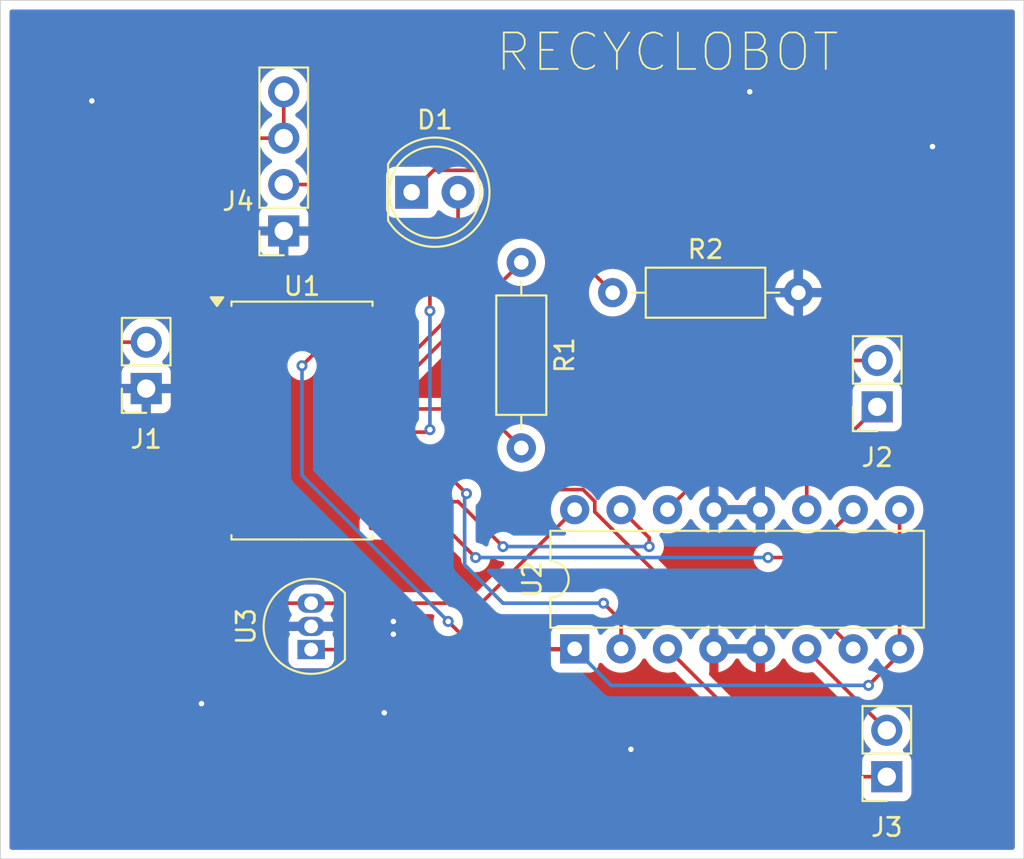
<source format=kicad_pcb>
(kicad_pcb (version 20240108) (generator "pcbnew") (generator_version "8.0")
  (layers (0 "F.Cu" signal) (31 "B.Cu" signal) (34 "B.Paste" user) (35 "F.Paste" user) (36 "B.SilkS" user "B.Silkscreen") (37 "F.SilkS" user "F.Silkscreen") (38 "B.Mask" user) (39 "F.Mask" user) (44 "Edge.Cuts" user))
  (net 0 "")
  (net 1 "Net-(D1-K)")
  (net 2 "Net-(D1-A)")
  (net 3 "+9V")
  (net 4 "GND")
  (net 5 "Net-(J2-Pin_2)")
  (net 6 "Net-(J2-Pin_1)")
  (net 7 "Net-(J3-Pin_2)")
  (net 8 "Net-(J3-Pin_1)")
  (net 9 "Net-(J4-Pin_3)")
  (net 10 "Net-(J4-Pin_2)")
  (net 11 "Net-(U1-OSC1)")
  (net 12 "Net-(U1-OSC2)")
  (net 14 "Net-(U1-D8)")
  (net 15 "Net-(U1-D9)")
  (net 16 "Net-(U1-D10)")
  (net 18 "Net-(U1-D11)")
  (footprint "LED_THT:LED_D5.0mm" (layer "F.Cu") (at 142.5 75.5)
    (property "Reference" "D1" (at 1.27 -3.96 0) (layer "F.SilkS"))
    (property "Value" "LED")
    (fp_line (start -1.29 -1.545) (end -1.29 1.545) (stroke (width 0.12)) (layer "F.SilkS"))
    (fp_arc (start -1.29 -1.54483) (mid 2.072002 -2.880433) (end 4.26 0.000462) (stroke (width 0.12)) (layer "F.SilkS"))
    (fp_arc (start 4.26 -0.000462) (mid 2.072002 2.880433) (end -1.29 1.54483) (stroke (width 0.12)) (layer "F.SilkS"))
    (fp_circle (center 1.27 0) (end 3.77 0) (stroke (width 0.12)) (fill none) (layer "F.SilkS"))
    (pad "1" thru_hole rect (at 0 0) (size 1.8 1.8) (drill 0.9) (layers "*.Cu" "*.Mask") (net 1 "Net-(D1-K)"))
    (pad "2" thru_hole circle (at 2.54 0) (size 1.8 1.8) (drill 0.9) (layers "*.Cu" "*.Mask") (net 2 "Net-(D1-A)"))
  )
  (footprint "Package_SO:SOP-20_7.5x12.8mm_P1.27mm" (layer "F.Cu") (at 136.5 88)
    (property "Reference" "U1" (at 0 -7.35 0) (layer "F.SilkS"))
    (property "Value" "HT12D")
    (fp_line (start -3.86 -6.51) (end -3.86 -6.275) (stroke (width 0.12)) (layer "F.SilkS"))
    (fp_line (start -3.86 6.51) (end -3.86 6.275) (stroke (width 0.12)) (layer "F.SilkS"))
    (fp_line (start 0 -6.51) (end -3.86 -6.51) (stroke (width 0.12)) (layer "F.SilkS"))
    (fp_line (start 0 -6.51) (end 3.86 -6.51) (stroke (width 0.12)) (layer "F.SilkS"))
    (fp_line (start 0 6.51) (end -3.86 6.51) (stroke (width 0.12)) (layer "F.SilkS"))
    (fp_line (start 0 6.51) (end 3.86 6.51) (stroke (width 0.12)) (layer "F.SilkS"))
    (fp_line (start 3.86 -6.51) (end 3.86 -6.275) (stroke (width 0.12)) (layer "F.SilkS"))
    (fp_line (start 3.86 6.51) (end 3.86 6.275) (stroke (width 0.12)) (layer "F.SilkS"))
    (fp_poly (pts (xy -4.65 -6.275) (xy -4.99 -6.745) (xy -4.31 -6.745) (xy -4.65 -6.275)) (stroke (width 0.12)) (fill solid) (layer "F.SilkS"))
    (pad "1" smd roundrect (at -4.6 -5.715) (size 1.9 0.6) (layers "F.Cu" "F.Paste" "F.Mask"))
    (pad "2" smd roundrect (at -4.6 -4.445) (size 1.9 0.6) (layers "F.Cu" "F.Paste" "F.Mask") (net 4 "GND"))
    (pad "3" smd roundrect (at -4.6 -3.175) (size 1.9 0.6) (layers "F.Cu" "F.Paste" "F.Mask") (net 4 "GND"))
    (pad "4" smd roundrect (at -4.6 -1.905) (size 1.9 0.6) (layers "F.Cu" "F.Paste" "F.Mask") (net 4 "GND"))
    (pad "5" smd roundrect (at -4.6 -0.635) (size 1.9 0.6) (layers "F.Cu" "F.Paste" "F.Mask") (net 4 "GND"))
    (pad "6" smd roundrect (at -4.6 0.635) (size 1.9 0.6) (layers "F.Cu" "F.Paste" "F.Mask") (net 4 "GND"))
    (pad "7" smd roundrect (at -4.6 1.905) (size 1.9 0.6) (layers "F.Cu" "F.Paste" "F.Mask") (net 4 "GND"))
    (pad "8" smd roundrect (at -4.6 3.175) (size 1.9 0.6) (layers "F.Cu" "F.Paste" "F.Mask") (net 4 "GND"))
    (pad "9" smd roundrect (at -4.6 4.445) (size 1.9 0.6) (layers "F.Cu" "F.Paste" "F.Mask") (net 4 "GND"))
    (pad "10" smd roundrect (at -4.6 5.715) (size 1.9 0.6) (layers "F.Cu" "F.Paste" "F.Mask") (net 4 "GND"))
    (pad "11" smd roundrect (at 4.6 5.715) (size 1.9 0.6) (layers "F.Cu" "F.Paste" "F.Mask") (net 14 "Net-(U1-D8)"))
    (pad "12" smd roundrect (at 4.6 4.445) (size 1.9 0.6) (layers "F.Cu" "F.Paste" "F.Mask") (net 15 "Net-(U1-D9)"))
    (pad "13" smd roundrect (at 4.6 3.175) (size 1.9 0.6) (layers "F.Cu" "F.Paste" "F.Mask") (net 16 "Net-(U1-D10)"))
    (pad "14" smd roundrect (at 4.6 1.905) (size 1.9 0.6) (layers "F.Cu" "F.Paste" "F.Mask") (net 18 "Net-(U1-D11)"))
    (pad "15" smd roundrect (at 4.6 0.635) (size 1.9 0.6) (layers "F.Cu" "F.Paste" "F.Mask") (net 10 "Net-(J4-Pin_2)"))
    (pad "16" smd roundrect (at 4.6 -0.635) (size 1.9 0.6) (layers "F.Cu" "F.Paste" "F.Mask") (net 12 "Net-(U1-OSC2)"))
    (pad "17" smd roundrect (at 4.6 -1.905) (size 1.9 0.6) (layers "F.Cu" "F.Paste" "F.Mask") (net 11 "Net-(U1-OSC1)"))
    (pad "18" smd roundrect (at 4.6 -3.175) (size 1.9 0.6) (layers "F.Cu" "F.Paste" "F.Mask") (net 2 "Net-(D1-A)"))
    (pad "19" smd roundrect (at 4.6 -4.445) (size 1.9 0.6) (layers "F.Cu" "F.Paste" "F.Mask") (net 9 "Net-(J4-Pin_3)"))
    (pad "20" smd roundrect (at 4.6 -5.715) (size 1.9 0.6) (layers "F.Cu" "F.Paste" "F.Mask"))
  )
  (footprint "Package_DIP:DIP-16_W7.62mm" (layer "F.Cu") (at 151.42 100.5 90)
    (property "Reference" "U2" (at 3.81 -2.33 270) (layer "F.SilkS"))
    (property "Value" "L293D")
    (fp_line (start 6.46 -1.33) (end 4.81 -1.33) (stroke (width 0.12)) (layer "F.SilkS"))
    (fp_line (start 2.81 -1.33) (end 1.16 -1.33) (stroke (width 0.12)) (layer "F.SilkS"))
    (fp_line (start 1.16 -1.33) (end 1.16 19.11) (stroke (width 0.12)) (layer "F.SilkS"))
    (fp_line (start 6.46 19.11) (end 6.46 -1.33) (stroke (width 0.12)) (layer "F.SilkS"))
    (fp_line (start 1.16 19.11) (end 6.46 19.11) (stroke (width 0.12)) (layer "F.SilkS"))
    (fp_arc (start 4.81 -1.33) (mid 3.81 -0.33) (end 2.81 -1.33) (stroke (width 0.12)) (layer "F.SilkS"))
    (pad "1" thru_hole rect (at 0 0 90) (size 1.6 1.6) (drill 0.8) (layers "*.Cu" "*.Mask") (net 9 "Net-(J4-Pin_3)"))
    (pad "2" thru_hole oval (at 0 2.54 90) (size 1.6 1.6) (drill 0.8) (layers "*.Cu" "*.Mask") (net 16 "Net-(U1-D10)"))
    (pad "3" thru_hole oval (at 0 5.08 90) (size 1.6 1.6) (drill 0.8) (layers "*.Cu" "*.Mask") (net 8 "Net-(J3-Pin_1)"))
    (pad "4" thru_hole oval (at 0 7.62 90) (size 1.6 1.6) (drill 0.8) (layers "*.Cu" "*.Mask") (net 4 "GND"))
    (pad "5" thru_hole oval (at 0 10.16 90) (size 1.6 1.6) (drill 0.8) (layers "*.Cu" "*.Mask") (net 4 "GND"))
    (pad "6" thru_hole oval (at 0 12.7 90) (size 1.6 1.6) (drill 0.8) (layers "*.Cu" "*.Mask") (net 7 "Net-(J3-Pin_2)"))
    (pad "7" thru_hole oval (at 0 15.24 90) (size 1.6 1.6) (drill 0.8) (layers "*.Cu" "*.Mask") (net 18 "Net-(U1-D11)"))
    (pad "8" thru_hole oval (at 0 17.78 90) (size 1.6 1.6) (drill 0.8) (layers "*.Cu" "*.Mask") (net 9 "Net-(J4-Pin_3)"))
    (pad "9" thru_hole oval (at 7.62 17.78 90) (size 1.6 1.6) (drill 0.8) (layers "*.Cu" "*.Mask") (net 9 "Net-(J4-Pin_3)"))
    (pad "10" thru_hole oval (at 7.62 15.24 90) (size 1.6 1.6) (drill 0.8) (layers "*.Cu" "*.Mask") (net 14 "Net-(U1-D8)"))
    (pad "11" thru_hole oval (at 7.62 12.7 90) (size 1.6 1.6) (drill 0.8) (layers "*.Cu" "*.Mask") (net 6 "Net-(J2-Pin_1)"))
    (pad "12" thru_hole oval (at 7.62 10.16 90) (size 1.6 1.6) (drill 0.8) (layers "*.Cu" "*.Mask") (net 4 "GND"))
    (pad "13" thru_hole oval (at 7.62 7.62 90) (size 1.6 1.6) (drill 0.8) (layers "*.Cu" "*.Mask") (net 4 "GND"))
    (pad "14" thru_hole oval (at 7.62 5.08 90) (size 1.6 1.6) (drill 0.8) (layers "*.Cu" "*.Mask") (net 5 "Net-(J2-Pin_2)"))
    (pad "15" thru_hole oval (at 7.62 2.54 90) (size 1.6 1.6) (drill 0.8) (layers "*.Cu" "*.Mask") (net 15 "Net-(U1-D9)"))
    (pad "16" thru_hole oval (at 7.62 0 90) (size 1.6 1.6) (drill 0.8) (layers "*.Cu" "*.Mask") (net 3 "+9V"))
  )
  (footprint "Connector_PinSocket_2.54mm:PinSocket_1x04_P2.54mm_Vertical" (layer "F.Cu") (at 135.5 77.62 180)
    (property "Reference" "J4" (at 2.5 1.62 180) (layer "F.SilkS"))
    (property "Value" "Conn_01x04_Socket")
    (fp_line (start 1.33 1.27) (end 1.33 8.95) (stroke (width 0.12)) (layer "F.SilkS"))
    (fp_line (start 1.33 -1.33) (end 1.33 0) (stroke (width 0.12)) (layer "F.SilkS"))
    (fp_line (start 0 -1.33) (end 1.33 -1.33) (stroke (width 0.12)) (layer "F.SilkS"))
    (fp_line (start -1.33 8.95) (end 1.33 8.95) (stroke (width 0.12)) (layer "F.SilkS"))
    (fp_line (start -1.33 1.27) (end 1.33 1.27) (stroke (width 0.12)) (layer "F.SilkS"))
    (fp_line (start -1.33 1.27) (end -1.33 8.95) (stroke (width 0.12)) (layer "F.SilkS"))
    (pad "1" thru_hole rect (at 0 0 180) (size 1.7 1.7) (drill 1) (layers "*.Cu" "*.Mask") (net 4 "GND"))
    (pad "2" thru_hole oval (at 0 2.54 180) (size 1.7 1.7) (drill 1) (layers "*.Cu" "*.Mask") (net 10 "Net-(J4-Pin_2)"))
    (pad "3" thru_hole oval (at 0 5.08 180) (size 1.7 1.7) (drill 1) (layers "*.Cu" "*.Mask") (net 9 "Net-(J4-Pin_3)"))
    (pad "4" thru_hole oval (at 0 7.62 180) (size 1.7 1.7) (drill 1) (layers "*.Cu" "*.Mask") (net 9 "Net-(J4-Pin_3)"))
  )
  (footprint "Connector_PinSocket_2.54mm:PinSocket_1x02_P2.54mm_Vertical" (layer "F.Cu") (at 127.975 86.25 180)
    (property "Reference" "J1" (at 0 -2.77 180) (layer "F.SilkS"))
    (property "Value" "Conn_01x02_Socket")
    (fp_line (start 1.33 1.27) (end 1.33 3.87) (stroke (width 0.12)) (layer "F.SilkS"))
    (fp_line (start 1.33 -1.33) (end 1.33 0) (stroke (width 0.12)) (layer "F.SilkS"))
    (fp_line (start 0 -1.33) (end 1.33 -1.33) (stroke (width 0.12)) (layer "F.SilkS"))
    (fp_line (start -1.33 3.87) (end 1.33 3.87) (stroke (width 0.12)) (layer "F.SilkS"))
    (fp_line (start -1.33 1.27) (end 1.33 1.27) (stroke (width 0.12)) (layer "F.SilkS"))
    (fp_line (start -1.33 1.27) (end -1.33 3.87) (stroke (width 0.12)) (layer "F.SilkS"))
    (pad "1" thru_hole rect (at 0 0 180) (size 1.7 1.7) (drill 1) (layers "*.Cu" "*.Mask") (net 4 "GND"))
    (pad "2" thru_hole oval (at 0 2.54 180) (size 1.7 1.7) (drill 1) (layers "*.Cu" "*.Mask") (net 3 "+9V"))
  )
  (footprint "Connector_PinSocket_2.54mm:PinSocket_1x02_P2.54mm_Vertical" (layer "F.Cu") (at 168.5 107.5 180)
    (property "Reference" "J3" (at 0 -2.77 180) (layer "F.SilkS"))
    (property "Value" "Conn_01x02_Socket")
    (fp_line (start 1.33 1.27) (end 1.33 3.87) (stroke (width 0.12)) (layer "F.SilkS"))
    (fp_line (start 1.33 -1.33) (end 1.33 0) (stroke (width 0.12)) (layer "F.SilkS"))
    (fp_line (start 0 -1.33) (end 1.33 -1.33) (stroke (width 0.12)) (layer "F.SilkS"))
    (fp_line (start -1.33 3.87) (end 1.33 3.87) (stroke (width 0.12)) (layer "F.SilkS"))
    (fp_line (start -1.33 1.27) (end 1.33 1.27) (stroke (width 0.12)) (layer "F.SilkS"))
    (fp_line (start -1.33 1.27) (end -1.33 3.87) (stroke (width 0.12)) (layer "F.SilkS"))
    (pad "1" thru_hole rect (at 0 0 180) (size 1.7 1.7) (drill 1) (layers "*.Cu" "*.Mask") (net 8 "Net-(J3-Pin_1)"))
    (pad "2" thru_hole oval (at 0 2.54 180) (size 1.7 1.7) (drill 1) (layers "*.Cu" "*.Mask") (net 7 "Net-(J3-Pin_2)"))
  )
  (footprint "Package_TO_SOT_THT:TO-92_Inline" (layer "F.Cu") (at 137 100.54 90)
    (property "Reference" "U3" (at 1.27 -3.56 270) (layer "F.SilkS"))
    (property "Value" "LM78L05_TO92")
    (fp_line (start -0.53 1.85) (end 3.07 1.85) (stroke (width 0.12)) (layer "F.SilkS"))
    (fp_arc (start 1.27 -2.6) (mid 3.672087 -0.994977) (end 3.108478 1.838478) (stroke (width 0.12)) (layer "F.SilkS"))
    (fp_arc (start -0.568478 1.838478) (mid -1.132087 -0.994977) (end 1.27 -2.6) (stroke (width 0.12)) (layer "F.SilkS"))
    (pad "1" thru_hole rect (at 0 0 90) (size 1.05 1.5) (drill 0.75) (layers "*.Cu" "*.Mask") (net 9 "Net-(J4-Pin_3)"))
    (pad "2" thru_hole oval (at 1.27 0 90) (size 1.05 1.5) (drill 0.75) (layers "*.Cu" "*.Mask") (net 4 "GND"))
    (pad "3" thru_hole oval (at 2.54 0 90) (size 1.05 1.5) (drill 0.75) (layers "*.Cu" "*.Mask") (net 3 "+9V"))
  )
  (footprint "Resistor_THT:R_Axial_DIN0207_L6.3mm_D2.5mm_P10.16mm_Horizontal" (layer "F.Cu") (at 153.5 81)
    (property "Reference" "R2" (at 5.08 -2.37 0) (layer "F.SilkS"))
    (property "Value" "1K")
    (fp_line (start 1.04 0) (end 1.81 0) (stroke (width 0.12)) (layer "F.SilkS"))
    (fp_line (start 1.81 -1.37) (end 1.81 1.37) (stroke (width 0.12)) (layer "F.SilkS"))
    (fp_line (start 1.81 1.37) (end 8.35 1.37) (stroke (width 0.12)) (layer "F.SilkS"))
    (fp_line (start 8.35 -1.37) (end 1.81 -1.37) (stroke (width 0.12)) (layer "F.SilkS"))
    (fp_line (start 8.35 1.37) (end 8.35 -1.37) (stroke (width 0.12)) (layer "F.SilkS"))
    (fp_line (start 9.12 0) (end 8.35 0) (stroke (width 0.12)) (layer "F.SilkS"))
    (pad "1" thru_hole circle (at 0 0) (size 1.6 1.6) (drill 0.8) (layers "*.Cu" "*.Mask") (net 1 "Net-(D1-K)"))
    (pad "2" thru_hole oval (at 10.16 0) (size 1.6 1.6) (drill 0.8) (layers "*.Cu" "*.Mask") (net 4 "GND"))
  )
  (footprint "Resistor_THT:R_Axial_DIN0207_L6.3mm_D2.5mm_P10.16mm_Horizontal" (layer "F.Cu") (at 148.5 79.34 -90)
    (property "Reference" "R1" (at 5.08 -2.37 90) (layer "F.SilkS"))
    (property "Value" "33K")
    (fp_line (start 1.81 1.37) (end 8.35 1.37) (stroke (width 0.12)) (layer "F.SilkS"))
    (fp_line (start 8.35 1.37) (end 8.35 -1.37) (stroke (width 0.12)) (layer "F.SilkS"))
    (fp_line (start 1.04 0) (end 1.81 0) (stroke (width 0.12)) (layer "F.SilkS"))
    (fp_line (start 9.12 0) (end 8.35 0) (stroke (width 0.12)) (layer "F.SilkS"))
    (fp_line (start 1.81 -1.37) (end 1.81 1.37) (stroke (width 0.12)) (layer "F.SilkS"))
    (fp_line (start 8.35 -1.37) (end 1.81 -1.37) (stroke (width 0.12)) (layer "F.SilkS"))
    (pad "1" thru_hole circle (at 0 0 270) (size 1.6 1.6) (drill 0.8) (layers "*.Cu" "*.Mask") (net 11 "Net-(U1-OSC1)"))
    (pad "2" thru_hole oval (at 10.16 0 270) (size 1.6 1.6) (drill 0.8) (layers "*.Cu" "*.Mask") (net 12 "Net-(U1-OSC2)"))
  )
  (footprint "Connector_PinSocket_2.54mm:PinSocket_1x02_P2.54mm_Vertical" (layer "F.Cu") (at 167.975 87.25 180)
    (property "Reference" "J2" (at 0 -2.77 180) (layer "F.SilkS"))
    (property "Value" "Conn_01x02_Socket")
    (fp_line (start 1.33 1.27) (end 1.33 3.87) (stroke (width 0.12)) (layer "F.SilkS"))
    (fp_line (start 1.33 -1.33) (end 1.33 0) (stroke (width 0.12)) (layer "F.SilkS"))
    (fp_line (start 0 -1.33) (end 1.33 -1.33) (stroke (width 0.12)) (layer "F.SilkS"))
    (fp_line (start -1.33 3.87) (end 1.33 3.87) (stroke (width 0.12)) (layer "F.SilkS"))
    (fp_line (start -1.33 1.27) (end 1.33 1.27) (stroke (width 0.12)) (layer "F.SilkS"))
    (fp_line (start -1.33 1.27) (end -1.33 3.87) (stroke (width 0.12)) (layer "F.SilkS"))
    (pad "1" thru_hole rect (at 0 0 180) (size 1.7 1.7) (drill 1) (layers "*.Cu" "*.Mask") (net 6 "Net-(J2-Pin_1)"))
    (pad "2" thru_hole oval (at 0 2.54 180) (size 1.7 1.7) (drill 1) (layers "*.Cu" "*.Mask") (net 5 "Net-(J2-Pin_2)"))
  )
  (gr_line (start 120 112) (end 120 65) (stroke (width 0.05)) (layer "Edge.Cuts"))
  (gr_line (start 176 112) (end 120 112) (stroke (width 0.05)) (layer "Edge.Cuts"))
  (gr_line (start 120 65) (end 176 65) (stroke (width 0.05)) (layer "Edge.Cuts"))
  (gr_line (start 176 65) (end 176 112) (stroke (width 0.05)) (layer "Edge.Cuts"))
  (gr_text "RECYCLOBOT" (at 147 69 0) (layer "F.SilkS") (effects (font (size 2 2) (thickness 0.1)) (justify left bottom)))
  (segment (start 146.8 74.3) (end 153.5 81) (width 0.2) (layer "F.Cu") (net 1))
  (segment (start 143.7 74.3) (end 146.8 74.3) (width 0.2) (layer "F.Cu") (net 1))
  (segment (start 142.5 75.5) (end 143.7 74.3) (width 0.2) (layer "F.Cu") (net 1))
  (segment (start 142.049999 84.825) (end 141.1 84.825) (width 0.2) (layer "F.Cu") (net 2))
  (segment (start 145.04 75.5) (end 145.04 81.834999) (width 0.2) (layer "F.Cu") (net 2))
  (segment (start 145.04 81.834999) (end 142.049999 84.825) (width 0.2) (layer "F.Cu") (net 2))
  (segment (start 146.3 98) (end 151.42 92.88) (width 0.2) (layer "F.Cu") (net 3))
  (segment (start 137 98) (end 146.3 98) (width 0.2) (layer "F.Cu") (net 3))
  (segment (start 124.5 84) (end 124.5 97.5) (width 0.2) (layer "F.Cu") (net 3))
  (segment (start 124.5 97.5) (end 125 98) (width 0.2) (layer "F.Cu") (net 3))
  (segment (start 124.79 83.71) (end 124.5 84) (width 0.2) (layer "F.Cu") (net 3))
  (segment (start 125 98) (end 137 98) (width 0.2) (layer "F.Cu") (net 3))
  (segment (start 127.975 83.71) (end 124.79 83.71) (width 0.2) (layer "F.Cu") (net 3))
  (segment (start 141.5 99) (end 141.5 99.700003) (width 0.2) (layer "F.Cu") (net 4))
  (segment (start 135.62 77.5) (end 135.5 77.62) (width 0.2) (layer "F.Cu") (net 4))
  (segment (start 136.5 79.5) (end 136.5 79.4) (width 0.2) (layer "F.Cu") (net 4))
  (via (at 141.5 99.700003) (size 0.6) (drill 0.3) (layers "F.Cu" "B.Cu") (net 4))
  (via (at 141.5 99) (size 0.6) (drill 0.3) (layers "F.Cu" "B.Cu") (net 4))
  (via (at 125 70.5) (size 0.6) (drill 0.3) (layers "F.Cu" "B.Cu") (net 4))
  (via (at 154.5 106) (size 0.6) (drill 0.3) (layers "F.Cu" "B.Cu") (net 4))
  (via (at 131 103.5) (size 0.6) (drill 0.3) (layers "F.Cu" "B.Cu") (net 4))
  (via (at 141 104) (size 0.6) (drill 0.3) (layers "F.Cu" "B.Cu") (net 4))
  (via (at 171 73) (size 0.6) (drill 0.3) (layers "F.Cu" "B.Cu") (net 4))
  (via (at 161 70) (size 0.6) (drill 0.3) (layers "F.Cu" "B.Cu") (net 4))
  (segment (start 141.5 103.5) (end 141 104) (width 0.2) (layer "B.Cu") (net 4))
  (segment (start 141.5 99.700003) (end 141.5 103.5) (width 0.2) (layer "B.Cu") (net 4))
  (segment (start 164.67 84.71) (end 156.5 92.88) (width 0.2) (layer "F.Cu") (net 5))
  (segment (start 167.975 84.71) (end 164.67 84.71) (width 0.2) (layer "F.Cu") (net 5))
  (segment (start 164.12 91.105) (end 167.975 87.25) (width 0.2) (layer "F.Cu") (net 6))
  (segment (start 164.12 92.88) (end 164.12 91.105) (width 0.2) (layer "F.Cu") (net 6))
  (segment (start 164.12 100.58) (end 164.12 100.5) (width 0.2) (layer "F.Cu") (net 7))
  (segment (start 168.5 104.96) (end 164.12 100.58) (width 0.2) (layer "F.Cu") (net 7))
  (segment (start 163.5 107.5) (end 168.5 107.5) (width 0.2) (layer "F.Cu") (net 8))
  (segment (start 156.5 100.5) (end 163.5 107.5) (width 0.2) (layer "F.Cu") (net 8))
  (segment (start 169.2 100.5) (end 169.2 100.8) (width 0.2) (layer "F.Cu") (net 9))
  (segment (start 141.1 83.555) (end 137.945 83.555) (width 0.2) (layer "F.Cu") (net 9))
  (segment (start 137.945 83.555) (end 134 79.61) (width 0.2) (layer "F.Cu") (net 9))
  (segment (start 136.5 85) (end 137.945 83.555) (width 0.2) (layer "F.Cu") (net 9))
  (segment (start 146 100.5) (end 144.5 99) (width 0.2) (layer "F.Cu") (net 9))
  (segment (start 135.5 72.54) (end 135.5 70) (width 0.2) (layer "F.Cu") (net 9))
  (segment (start 134.04 72.54) (end 135.5 72.54) (width 0.2) (layer "F.Cu") (net 9))
  (segment (start 169.2 100.8) (end 167.5 102.5) (width 0.2) (layer "F.Cu") (net 9))
  (segment (start 137 100.54) (end 151.38 100.54) (width 0.2) (layer "F.Cu") (net 9))
  (segment (start 134 79.61) (end 134 72.5) (width 0.2) (layer "F.Cu") (net 9))
  (segment (start 134 72.5) (end 134.04 72.54) (width 0.2) (layer "F.Cu") (net 9))
  (segment (start 151.38 100.54) (end 151.42 100.5) (width 0.2) (layer "F.Cu") (net 9))
  (segment (start 151.42 100.5) (end 146 100.5) (width 0.2) (layer "F.Cu") (net 9))
  (segment (start 169.2 100.5) (end 169.2 92.88) (width 0.2) (layer "F.Cu") (net 9))
  (via (at 167.5 102.5) (size 0.6) (drill 0.3) (layers "F.Cu" "B.Cu") (net 9))
  (via (at 144.5 99) (size 0.6) (drill 0.3) (layers "F.Cu" "B.Cu") (net 9))
  (via (at 136.5 85) (size 0.6) (drill 0.3) (layers "F.Cu" "B.Cu") (net 9))
  (segment (start 153.42 102.5) (end 151.42 100.5) (width 0.2) (layer "B.Cu") (net 9))
  (segment (start 167.5 102.5) (end 153.42 102.5) (width 0.2) (layer "B.Cu") (net 9))
  (segment (start 144.5 99) (end 136.5 91) (width 0.2) (layer "B.Cu") (net 9))
  (segment (start 136.5 91) (end 136.5 85) (width 0.2) (layer "B.Cu") (net 9))
  (segment (start 143.5 80.151471) (end 143.5 82) (width 0.2) (layer "F.Cu") (net 10))
  (segment (start 135.5 75.08) (end 135.5 75.5) (width 0.2) (layer "F.Cu") (net 10))
  (segment (start 143.5 88.5) (end 143.365 88.635) (width 0.2) (layer "F.Cu") (net 10))
  (segment (start 135.5 75.5) (end 135.68 75.5) (width 0.2) (layer "F.Cu") (net 10))
  (segment (start 135.5 75.08) (end 138.428529 75.08) (width 0.2) (layer "F.Cu") (net 10))
  (segment (start 143.365 88.635) (end 141.1 88.635) (width 0.2) (layer "F.Cu") (net 10))
  (segment (start 140.135 88.635) (end 141.1 88.635) (width 0.2) (layer "F.Cu") (net 10))
  (segment (start 138.428529 75.08) (end 143.5 80.151471) (width 0.2) (layer "F.Cu") (net 10))
  (via (at 143.5 82) (size 0.6) (drill 0.3) (layers "F.Cu" "B.Cu") (net 10))
  (via (at 143.5 88.5) (size 0.6) (drill 0.3) (layers "F.Cu" "B.Cu") (net 10))
  (segment (start 143.5 82) (end 143.5 88.5) (width 0.2) (layer "B.Cu") (net 10))
  (segment (start 141.745 86.095) (end 148.5 79.34) (width 0.2) (layer "F.Cu") (net 11))
  (segment (start 141.1 86.095) (end 141.745 86.095) (width 0.2) (layer "F.Cu") (net 11))
  (segment (start 146.365 87.365) (end 141.1 87.365) (width 0.2) (layer "F.Cu") (net 12))
  (segment (start 148.5 89.5) (end 146.365 87.365) (width 0.2) (layer "F.Cu") (net 12))
  (segment (start 144.215 93.715) (end 146 95.5) (width 0.2) (layer "F.Cu") (net 14))
  (segment (start 141.1 93.715) (end 144.215 93.715) (width 0.2) (layer "F.Cu") (net 14))
  (segment (start 162 95.5) (end 164.04 95.5) (width 0.2) (layer "F.Cu") (net 14))
  (segment (start 164.04 95.5) (end 166.66 92.88) (width 0.2) (layer "F.Cu") (net 14))
  (via (at 162 95.5) (size 0.6) (drill 0.3) (layers "F.Cu" "B.Cu") (net 14))
  (via (at 146 95.5) (size 0.6) (drill 0.3) (layers "F.Cu" "B.Cu") (net 14))
  (segment (start 146 95.5) (end 162 95.5) (width 0.2) (layer "B.Cu") (net 14))
  (segment (start 145.045 92.445) (end 147.5 94.9) (width 0.2) (layer "F.Cu") (net 15))
  (segment (start 155.5 94.9) (end 155.5 94.42) (width 0.2) (layer "F.Cu") (net 15))
  (segment (start 141.1 92.445) (end 145.045 92.445) (width 0.2) (layer "F.Cu") (net 15))
  (segment (start 155.5 94.42) (end 153.96 92.88) (width 0.2) (layer "F.Cu") (net 15))
  (via (at 147.5 94.9) (size 0.6) (drill 0.3) (layers "F.Cu" "B.Cu") (net 15))
  (via (at 155.5 94.9) (size 0.6) (drill 0.3) (layers "F.Cu" "B.Cu") (net 15))
  (segment (start 147.5 94.9) (end 155.5 94.9) (width 0.2) (layer "B.Cu") (net 15))
  (segment (start 153 98) (end 153.96 98.96) (width 0.2) (layer "F.Cu") (net 16))
  (segment (start 153.96 98.96) (end 153.96 100.5) (width 0.2) (layer "F.Cu") (net 16))
  (segment (start 144.675 91.175) (end 145.5 92) (width 0.2) (layer "F.Cu") (net 16))
  (segment (start 141.1 91.175) (end 144.675 91.175) (width 0.2) (layer "F.Cu") (net 16))
  (via (at 153 98) (size 0.6) (drill 0.3) (layers "F.Cu" "B.Cu") (net 16))
  (via (at 145.5 92) (size 0.6) (drill 0.3) (layers "F.Cu" "B.Cu") (net 16))
  (segment (start 145.4 95.9) (end 147.5 98) (width 0.2) (layer "B.Cu") (net 16))
  (segment (start 145.4 92.1) (end 145.4 95.9) (width 0.2) (layer "B.Cu") (net 16))
  (segment (start 145.5 92) (end 145.4 92.1) (width 0.2) (layer "B.Cu") (net 16))
  (segment (start 147.5 98) (end 153 98) (width 0.2) (layer "B.Cu") (net 16))
  (segment (start 147.78 91.78) (end 151.875635 91.78) (width 0.2) (layer "F.Cu") (net 18))
  (segment (start 151.875635 91.78) (end 152.52 92.424365) (width 0.2) (layer "F.Cu") (net 18))
  (segment (start 158.524365 99) (end 165.16 99) (width 0.2) (layer "F.Cu") (net 18))
  (segment (start 145.905 89.905) (end 147.78 91.78) (width 0.2) (layer "F.Cu") (net 18))
  (segment (start 141.1 89.905) (end 145.905 89.905) (width 0.2) (layer "F.Cu") (net 18))
  (segment (start 152.52 92.995635) (end 158.524365 99) (width 0.2) (layer "F.Cu") (net 18))
  (segment (start 165.16 99) (end 166.66 100.5) (width 0.2) (layer "F.Cu") (net 18))
  (segment (start 152.52 92.424365) (end 152.52 92.995635) (width 0.2) (layer "F.Cu") (net 18))
  (zone (net 4) (net_name "GND") (layer "F.Cu") (connect_pads (clearance 0.5)) (min_thickness 0.25) (fill yes (thermal_gap 0.5) (thermal_bridge_width 0.5))
    (polygon (pts (xy 120 65) (xy 176 65) (xy 176 112) (xy 120 112)))
  )
  (zone (net 4) (net_name "GND") (layer "B.Cu") (priority 1) (connect_pads (clearance 0.5)) (min_thickness 0.25) (fill yes (thermal_gap 0.5) (thermal_bridge_width 0.5))
    (polygon (pts (xy 176 65) (xy 176 112) (xy 120 112) (xy 120 65)))
  )
)
</source>
